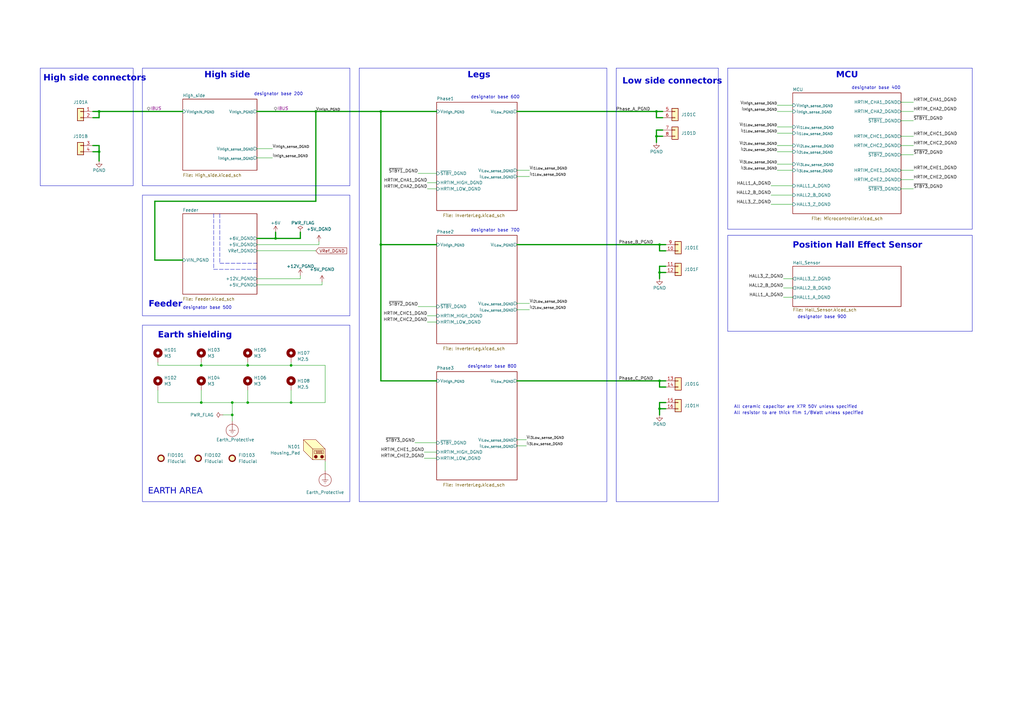
<source format=kicad_sch>
(kicad_sch (version 20231120) (generator "eeschema") (generator_version "8.0")
  (paper "A3")
  (title_block (title "OWNVERTER V1.1") (comment 1 "TWR"))
  (lib_symbols
    (symbol "Mechanical:Fiducial"
      (property "Reference" "FID" (at 0 5.08 0))
      (property "Value" "Fiducial" (at 0 3.175 0))
      (symbol "Fiducial_0_1"
        (circle (center 0 0) (radius 1.27) (stroke (width 0.508)) (fill (type background)))
      )
    )
    (symbol "Mechanical:Housing_Pad" (pin_numbers hide) (pin_names (offset 1.016) hide)
      (property "Reference" "N" (at 4.445 0 0))
      (property "Value" "Housing_Pad" (at 4.445 -1.905 0))
      (symbol "Housing_Pad_0_1"
        (rectangle (start -4.445 -0.635) (end -0.635 -1.905))
        (circle (center -3.81 -3.175) (radius 0.635) (fill (type outline)))
        (circle (center -1.27 -3.175) (radius 0.635) (fill (type outline)))
        (polyline (pts (xy -3.8862 -1.5748) (xy -3.8354 -1.3716)))
        (polyline (pts (xy -3.7846 -1.6764) (xy -3.429 -1.6764)))
        (polyline (pts (xy -3.7846 -1.2192) (xy -3.7338 -0.9652)))
        (polyline (pts (xy -3.683 -1.3208) (xy -3.3782 -1.3208)))
        (polyline (pts (xy -3.5814 -0.9144) (xy -3.2766 -0.9144)))
        (polyline (pts (xy -3.2766 -1.6256) (xy -3.2258 -1.3716)))
        (polyline (pts (xy -3.175 -1.2192) (xy -3.1242 -0.9652)))
        (polyline (pts (xy -2.9718 -1.5748) (xy -2.921 -1.3716)))
        (polyline (pts (xy -2.8702 -1.6764) (xy -2.5146 -1.6764)))
        (polyline (pts (xy -2.8702 -1.2192) (xy -2.8194 -0.9652)))
        (polyline (pts (xy -2.7686 -1.3208) (xy -2.4638 -1.3208)))
        (polyline (pts (xy -2.667 -0.9144) (xy -2.3622 -0.9144)))
        (polyline (pts (xy -2.3622 -1.6256) (xy -2.3114 -1.3716)))
        (polyline (pts (xy -2.2606 -1.2192) (xy -2.2098 -0.9652)))
        (polyline (pts (xy -2.0574 -1.5748) (xy -2.0066 -1.3716)))
        (polyline (pts (xy -1.9558 -1.6764) (xy -1.6002 -1.6764)))
        (polyline (pts (xy -1.9558 -1.2192) (xy -1.905 -0.9652)))
        (polyline (pts (xy -1.8542 -1.3208) (xy -1.5494 -1.3208)))
        (polyline (pts (xy -1.7526 -0.9144) (xy -1.4478 -0.9144)))
        (polyline (pts (xy -1.4478 -1.6256) (xy -1.397 -1.3716)))
        (polyline (pts (xy -1.3462 -1.2192) (xy -1.2954 -0.9652)))
        (polyline (pts (xy 0 0) (xy 0 -4.445)))
        (polyline (pts (xy -5.08 0) (xy 0 0) (xy 3.81 3.81)))
        (polyline (pts (xy -5.08 0) (xy -5.08 -4.445) (xy 0 -4.445) (xy 3.81 -0.635) (xy 3.81 3.81) (xy -1.27 3.81) (xy -5.08 0)) (fill (type background)))
      )
      (symbol "Housing_Pad_1_1"
        (pin input line (at -5.08 -5.08 90) (length 2.54) (name "PAD") (number "1"))
      )
    )
    (symbol "Mechanical:MountingHole_Pad" (pin_numbers hide) (pin_names (offset 1.016) hide)
      (property "Reference" "H" (at 0 6.35 0))
      (property "Value" "MountingHole_Pad" (at 0 4.445 0))
      (symbol "MountingHole_Pad_0_1"
        (circle (center 0 1.27) (radius 1.27) (stroke (width 1.27)))
      )
      (symbol "MountingHole_Pad_1_1"
        (pin input line (at 0 -2.54 90) (length 2.54) (name "1") (number "1"))
      )
    )
    (symbol "Symbols:+12V_PGND" (power) (in_bom no) (on_board no)
      (property "Value" "+12V_PGND" (at -0.127 3.81 0))
      (symbol "+12V_PGND_0_1"
        (polyline (pts (xy -0.762 1.27) (xy 0 2.54)))
        (polyline (pts (xy 0 0) (xy 0 2.54)))
        (polyline (pts (xy 0 2.54) (xy 0.762 1.27)))
      )
      (symbol "+12V_PGND_1_1"
        (pin power_in line (at 0 0 90) (length 0) hide (name "+12V_PGND") (number "1"))
      )
    )
    (symbol "Symbols:+5V_DGND" (power) (in_bom no) (on_board no)
      (property "Value" "+5V_DGND" (at -0.127 3.81 0))
      (symbol "+5V_DGND_0_1"
        (polyline (pts (xy -0.762 1.27) (xy 0 2.54)))
        (polyline (pts (xy 0 0) (xy 0 2.54)))
        (polyline (pts (xy 0 2.54) (xy 0.762 1.27)))
      )
      (symbol "+5V_DGND_1_1"
        (pin power_in line (at 0 0 90) (length 0) hide (name "+5V_DGND") (number "1"))
      )
    )
    (symbol "Symbols:+5V_PGND" (power) (in_bom no) (on_board no)
      (property "Value" "+5V_PGND" (at -0.127 3.81 0))
      (symbol "+5V_PGND_0_1"
        (polyline (pts (xy -0.762 1.27) (xy 0 2.54)))
        (polyline (pts (xy 0 0) (xy 0 2.54)))
        (polyline (pts (xy 0 2.54) (xy 0.762 1.27)))
      )
      (symbol "+5V_PGND_1_1"
        (pin power_in line (at 0 0 90) (length 0) hide (name "+5V_PGND") (number "1"))
      )
    )
    (symbol "Symbols:Harting 15 contacts and WAGO" (pin_names (offset 1.016) hide)
      (property "Reference" "J" (at 0 2.54 0))
      (symbol "Harting 15 contacts and WAGO_1_1"
        (rectangle (start -1.27 -2.413) (end 0 -2.667) (stroke (width 0.1524)))
        (rectangle (start -1.27 0.127) (end 0 -0.127) (stroke (width 0.1524)))
        (rectangle (start -1.27 1.27) (end 1.27 -3.81) (stroke (width 0.254)) (fill (type background)))
        (pin passive line (at -5.08 0 0) (length 3.81) (name "Pin_1") (number "1"))
        (pin passive line (at -5.08 -2.54 0) (length 3.81) (name "Pin_2") (number "2"))
      )
      (symbol "Harting 15 contacts and WAGO_2_1"
        (rectangle (start -1.27 -2.413) (end 0 -2.667) (stroke (width 0.1524)))
        (rectangle (start -1.27 0.127) (end 0 -0.127) (stroke (width 0.1524)))
        (rectangle (start -1.27 1.27) (end 1.27 -3.81) (stroke (width 0.254)) (fill (type background)))
        (pin passive line (at -5.08 0 0) (length 3.81) (name "Pin_1") (number "3"))
        (pin passive line (at -5.08 -2.54 0) (length 3.81) (name "Pin_2") (number "4"))
      )
      (symbol "Harting 15 contacts and WAGO_3_1"
        (rectangle (start -1.27 -2.413) (end 0 -2.667) (stroke (width 0.1524)))
        (rectangle (start -1.27 0.127) (end 0 -0.127) (stroke (width 0.1524)))
        (rectangle (start -1.27 1.27) (end 1.27 -3.81) (stroke (width 0.254)) (fill (type background)))
        (pin passive line (at -5.08 0 0) (length 3.81) (name "Pin_1") (number "5"))
        (pin passive line (at -5.08 -2.54 0) (length 3.81) (name "Pin_2") (number "6"))
      )
      (symbol "Harting 15 contacts and WAGO_4_1"
        (rectangle (start -1.27 -2.413) (end 0 -2.667) (stroke (width 0.1524)))
        (rectangle (start -1.27 0.127) (end 0 -0.127) (stroke (width 0.1524)))
        (rectangle (start -1.27 1.27) (end 1.27 -3.81) (stroke (width 0.254)) (fill (type background)))
        (pin passive line (at -5.08 0 0) (length 3.81) (name "Pin_1") (number "7"))
        (pin passive line (at -5.08 -2.54 0) (length 3.81) (name "Pin_2") (number "8"))
      )
      (symbol "Harting 15 contacts and WAGO_5_1"
        (rectangle (start -1.27 -2.413) (end 0 -2.667) (stroke (width 0.1524)))
        (rectangle (start -1.27 0.127) (end 0 -0.127) (stroke (width 0.1524)))
        (rectangle (start -1.27 1.27) (end 1.27 -3.81) (stroke (width 0.254)) (fill (type background)))
        (pin passive line (at -5.08 -2.54 0) (length 3.81) (name "Pin_2") (number "10"))
        (pin passive line (at -5.08 0 0) (length 3.81) (name "Pin_1") (number "9"))
      )
      (symbol "Harting 15 contacts and WAGO_6_1"
        (rectangle (start -1.27 -2.413) (end 0 -2.667) (stroke (width 0.1524)))
        (rectangle (start -1.27 0.127) (end 0 -0.127) (stroke (width 0.1524)))
        (rectangle (start -1.27 1.27) (end 1.27 -3.81) (stroke (width 0.254)) (fill (type background)))
        (pin passive line (at -5.08 0 0) (length 3.81) (name "Pin_1") (number "11"))
        (pin passive line (at -5.08 -2.54 0) (length 3.81) (name "Pin_2") (number "12"))
      )
      (symbol "Harting 15 contacts and WAGO_7_1"
        (rectangle (start -1.27 -2.413) (end 0 -2.667) (stroke (width 0.1524)))
        (rectangle (start -1.27 0.127) (end 0 -0.127) (stroke (width 0.1524)))
        (rectangle (start -1.27 1.27) (end 1.27 -3.81) (stroke (width 0.254)) (fill (type background)))
        (pin passive line (at -5.08 0 0) (length 3.81) (name "Pin_1") (number "13"))
        (pin passive line (at -5.08 -2.54 0) (length 3.81) (name "Pin_2") (number "14"))
      )
      (symbol "Harting 15 contacts and WAGO_8_1"
        (rectangle (start -1.27 -2.413) (end 0 -2.667) (stroke (width 0.1524)))
        (rectangle (start -1.27 0.127) (end 0 -0.127) (stroke (width 0.1524)))
        (rectangle (start -1.27 1.27) (end 1.27 -3.81) (stroke (width 0.254)) (fill (type background)))
        (pin passive line (at -5.08 0 0) (length 3.81) (name "Pin_1") (number "15"))
        (pin passive line (at -5.08 -2.54 0) (length 3.81) (name "Pin_2") (number "16"))
      )
    )
    (symbol "Symbols:PGND" (power) (pin_names (offset 0))
      (property "Value" "PGND" (at 0 -3.81 0))
      (symbol "PGND_0_1"
        (polyline (pts (xy 0 0) (xy 0 -1.27) (xy 1.27 -1.27) (xy 0 -2.54) (xy -1.27 -1.27) (xy 0 -1.27)))
      )
      (symbol "PGND_1_1"
        (pin power_in line (at 0 0 270) (length 0) hide (name "PGND") (number "1"))
      )
    )
    (symbol "power:+6V" (power) (pin_names (offset 0))
      (property "Value" "+6V" (at 0 3.556 0))
      (symbol "+6V_0_1"
        (polyline (pts (xy -0.762 1.27) (xy 0 2.54)))
        (polyline (pts (xy 0 0) (xy 0 2.54)))
        (polyline (pts (xy 0 2.54) (xy 0.762 1.27)))
      )
      (symbol "+6V_1_1"
        (pin power_in line (at 0 0 90) (length 0) hide (name "+6V") (number "1"))
      )
    )
    (symbol "power:Earth_Protective" (power) (pin_names (offset 0))
      (symbol "Earth_Protective_0_1"
        (circle (center 0 -3.81) (radius 2.54))
        (polyline (pts (xy -0.635 -4.445) (xy 0.635 -4.445)))
        (polyline (pts (xy -0.127 -5.08) (xy 0.127 -5.08)))
        (polyline (pts (xy 0 -3.81) (xy 0 0)))
        (polyline (pts (xy 1.27 -3.81) (xy -1.27 -3.81)))
      )
      (symbol "Earth_Protective_1_1"
        (pin power_in line (at 0 0 270) (length 0) hide (name "Earth_Protective") (number "1"))
      )
    )
    (symbol "power:PWR_FLAG" (power) (pin_numbers hide) (pin_names (offset 0) hide)
      (property "Value" "PWR_FLAG" (at 0 3.81 0))
      (symbol "PWR_FLAG_0_0"
        (pin power_out line (at 0 0 90) (length 0) (name "pwr") (number "1"))
      )
      (symbol "PWR_FLAG_0_1"
        (polyline (pts (xy 0 0) (xy 0 1.27) (xy -1.016 1.905) (xy 0 2.54) (xy 1.016 1.905) (xy 0 1.27)))
      )
    )
  )
  (junction (at 270.51 156.21))
  (junction (at 113.03 97.79))
  (junction (at 269.24 45.72))
  (junction (at 40.64 45.72))
  (junction (at 156.21 45.72))
  (junction (at 95.25 170.18))
  (junction (at 119.38 165.1))
  (junction (at 156.21 100.33))
  (junction (at 82.55 165.1))
  (junction (at 119.38 149.86))
  (junction (at 95.25 165.1))
  (junction (at 129.54 45.72))
  (junction (at 101.6 165.1))
  (junction (at 270.51 111.76))
  (junction (at 269.24 55.88))
  (junction (at 82.55 149.86))
  (junction (at 40.64 62.23))
  (junction (at 270.51 100.33))
  (junction (at 101.6 149.86))
  (junction (at 270.51 167.64))
  (wire (pts (xy 374.65 73.66) (xy 369.57 73.66)))
  (wire (pts (xy 273.05 111.76) (xy 270.51 111.76)) (stroke (width 0.5)))
  (wire (pts (xy 175.26 132.08) (xy 179.07 132.08)))
  (wire (pts (xy 271.78 53.34) (xy 269.24 53.34)) (stroke (width 0.5)))
  (wire (pts (xy 40.64 45.72) (xy 74.93 45.72)) (stroke (width 0.5)))
  (wire (pts (xy 273.05 158.75) (xy 270.51 158.75)) (stroke (width 0.5)))
  (wire (pts (xy 374.65 49.53) (xy 369.57 49.53)))
  (wire (pts (xy 269.24 53.34) (xy 269.24 55.88)) (stroke (width 0.5)))
  (wire (pts (xy 105.41 45.72) (xy 129.54 45.72)) (stroke (width 0.5)))
  (wire (pts (xy 38.1 62.23) (xy 40.64 62.23)) (stroke (width 0.5)))
  (wire (pts (xy 374.65 59.69) (xy 369.57 59.69)))
  (polyline (pts (xy 87.63 87.63) (xy 87.63 110.49)) (stroke (width 0) (type dash)))
  (wire (pts (xy 273.05 165.1) (xy 270.51 165.1)) (stroke (width 0.5)))
  (wire (pts (xy 374.65 69.85) (xy 369.57 69.85)))
  (wire (pts (xy 212.09 69.85) (xy 217.17 69.85)))
  (wire (pts (xy 82.55 148.59) (xy 82.55 149.86)))
  (wire (pts (xy 156.21 156.21) (xy 179.07 156.21)) (stroke (width 0.5)))
  (wire (pts (xy 318.77 45.72) (xy 325.12 45.72)))
  (wire (pts (xy 269.24 45.72) (xy 269.24 48.26)) (stroke (width 0.5)))
  (wire (pts (xy 318.77 69.85) (xy 325.12 69.85)))
  (wire (pts (xy 111.76 64.77) (xy 105.41 64.77)))
  (wire (pts (xy 64.77 149.86) (xy 82.55 149.86)))
  (wire (pts (xy 119.38 148.59) (xy 119.38 149.86)))
  (wire (pts (xy 316.23 76.2) (xy 325.12 76.2)))
  (wire (pts (xy 269.24 58.42) (xy 269.24 55.88)) (stroke (width 0.5)))
  (wire (pts (xy 270.51 114.3) (xy 270.51 111.76)) (stroke (width 0.5)))
  (wire (pts (xy 95.25 165.1) (xy 95.25 170.18)))
  (wire (pts (xy 105.41 116.84) (xy 132.08 116.84)))
  (wire (pts (xy 374.65 77.47) (xy 369.57 77.47)))
  (wire (pts (xy 38.1 48.26) (xy 40.64 48.26)) (stroke (width 0.5)))
  (wire (pts (xy 321.31 118.11) (xy 325.12 118.11)))
  (wire (pts (xy 316.23 83.82) (xy 325.12 83.82)))
  (wire (pts (xy 105.41 100.33) (xy 130.81 100.33)))
  (wire (pts (xy 156.21 45.72) (xy 179.07 45.72)) (stroke (width 0.5)))
  (wire (pts (xy 91.44 170.18) (xy 95.25 170.18)))
  (wire (pts (xy 270.51 165.1) (xy 270.51 167.64)) (stroke (width 0.5)))
  (wire (pts (xy 173.99 187.96) (xy 179.07 187.96)))
  (polyline (pts (xy 90.17 107.95) (xy 105.41 107.95)) (stroke (width 0) (type dash)))
  (wire (pts (xy 156.21 45.72) (xy 156.21 100.33)) (stroke (width 0.5)))
  (wire (pts (xy 105.41 114.3) (xy 123.19 114.3)))
  (wire (pts (xy 374.65 55.88) (xy 369.57 55.88)))
  (wire (pts (xy 123.19 95.25) (xy 123.19 97.79)) (stroke (width 0.5)))
  (wire (pts (xy 269.24 45.72) (xy 271.78 45.72)) (stroke (width 0.5)))
  (wire (pts (xy 270.51 100.33) (xy 270.51 102.87)) (stroke (width 0.5)))
  (wire (pts (xy 212.09 100.33) (xy 270.51 100.33)) (stroke (width 0.5)))
  (wire (pts (xy 129.54 82.55) (xy 129.54 45.72)) (stroke (width 0.5)))
  (wire (pts (xy 270.51 156.21) (xy 270.51 158.75)) (stroke (width 0.5)))
  (wire (pts (xy 101.6 149.86) (xy 119.38 149.86)))
  (wire (pts (xy 212.09 156.21) (xy 270.51 156.21)) (stroke (width 0.5)))
  (wire (pts (xy 119.38 149.86) (xy 133.35 149.86)))
  (wire (pts (xy 173.99 185.42) (xy 179.07 185.42)))
  (wire (pts (xy 270.51 109.22) (xy 270.51 111.76)) (stroke (width 0.5)))
  (wire (pts (xy 38.1 45.72) (xy 40.64 45.72)) (stroke (width 0.5)))
  (wire (pts (xy 156.21 100.33) (xy 179.07 100.33)) (stroke (width 0.5)))
  (wire (pts (xy 64.77 165.1) (xy 82.55 165.1)))
  (wire (pts (xy 270.51 156.21) (xy 273.05 156.21)) (stroke (width 0.5)))
  (wire (pts (xy 38.1 59.69) (xy 40.64 59.69)) (stroke (width 0.5)))
  (wire (pts (xy 119.38 165.1) (xy 133.35 165.1)))
  (wire (pts (xy 63.5 82.55) (xy 129.54 82.55)) (stroke (width 0.5)))
  (wire (pts (xy 212.09 127) (xy 217.17 127)))
  (wire (pts (xy 101.6 148.59) (xy 101.6 149.86)))
  (wire (pts (xy 82.55 149.86) (xy 101.6 149.86)))
  (wire (pts (xy 40.64 48.26) (xy 40.64 45.72)) (stroke (width 0.5)))
  (wire (pts (xy 316.23 80.01) (xy 325.12 80.01)))
  (wire (pts (xy 171.45 71.12) (xy 179.07 71.12)))
  (wire (pts (xy 318.77 59.69) (xy 325.12 59.69)))
  (wire (pts (xy 175.26 74.93) (xy 179.07 74.93)))
  (wire (pts (xy 156.21 100.33) (xy 156.21 156.21)) (stroke (width 0.5)))
  (wire (pts (xy 95.25 170.18) (xy 95.25 172.72)))
  (wire (pts (xy 374.65 45.72) (xy 369.57 45.72)))
  (wire (pts (xy 123.19 113.03) (xy 123.19 114.3)))
  (wire (pts (xy 321.31 121.92) (xy 325.12 121.92)))
  (wire (pts (xy 130.81 99.06) (xy 130.81 100.33)))
  (polyline (pts (xy 87.63 110.49) (xy 105.41 110.49)) (stroke (width 0) (type dash)))
  (wire (pts (xy 212.09 72.39) (xy 217.17 72.39)))
  (polyline (pts (xy 90.17 87.63) (xy 90.17 107.95)) (stroke (width 0) (type dash)))
  (wire (pts (xy 271.78 55.88) (xy 269.24 55.88)) (stroke (width 0.5)))
  (wire (pts (xy 374.65 41.91) (xy 369.57 41.91)))
  (wire (pts (xy 270.51 170.18) (xy 270.51 167.64)) (stroke (width 0.5)))
  (wire (pts (xy 175.26 77.47) (xy 179.07 77.47)))
  (wire (pts (xy 132.08 115.57) (xy 132.08 116.84)))
  (wire (pts (xy 273.05 167.64) (xy 270.51 167.64)) (stroke (width 0.5)))
  (wire (pts (xy 318.77 43.18) (xy 325.12 43.18)))
  (wire (pts (xy 171.45 125.73) (xy 179.07 125.73)))
  (wire (pts (xy 113.03 97.79) (xy 123.19 97.79)) (stroke (width 0.5)))
  (wire (pts (xy 318.77 54.61) (xy 325.12 54.61)))
  (wire (pts (xy 119.38 160.02) (xy 119.38 165.1)))
  (wire (pts (xy 212.09 182.88) (xy 215.9 182.88)))
  (wire (pts (xy 113.03 95.25) (xy 113.03 97.79)) (stroke (width 0.5)))
  (wire (pts (xy 133.35 193.04) (xy 133.35 189.23)))
  (wire (pts (xy 101.6 160.02) (xy 101.6 165.1)))
  (wire (pts (xy 170.18 181.61) (xy 179.07 181.61)))
  (wire (pts (xy 273.05 102.87) (xy 270.51 102.87)) (stroke (width 0.5)))
  (wire (pts (xy 175.26 129.54) (xy 179.07 129.54)))
  (wire (pts (xy 101.6 165.1) (xy 119.38 165.1)))
  (wire (pts (xy 212.09 180.34) (xy 215.9 180.34)))
  (wire (pts (xy 95.25 165.1) (xy 101.6 165.1)))
  (wire (pts (xy 374.65 63.5) (xy 369.57 63.5)))
  (wire (pts (xy 318.77 52.07) (xy 325.12 52.07)))
  (wire (pts (xy 63.5 106.68) (xy 63.5 82.55)) (stroke (width 0.5)))
  (wire (pts (xy 318.77 67.31) (xy 325.12 67.31)))
  (wire (pts (xy 111.76 60.96) (xy 105.41 60.96)))
  (wire (pts (xy 82.55 160.02) (xy 82.55 165.1)))
  (wire (pts (xy 105.41 102.87) (xy 129.54 102.87)))
  (wire (pts (xy 64.77 148.59) (xy 64.77 149.86)))
  (wire (pts (xy 129.54 45.72) (xy 156.21 45.72)) (stroke (width 0.5)))
  (wire (pts (xy 271.78 48.26) (xy 269.24 48.26)) (stroke (width 0.5)))
  (wire (pts (xy 212.09 45.72) (xy 269.24 45.72)) (stroke (width 0.5)))
  (wire (pts (xy 212.09 124.46) (xy 217.17 124.46)))
  (wire (pts (xy 64.77 160.02) (xy 64.77 165.1)))
  (wire (pts (xy 63.5 106.68) (xy 74.93 106.68)) (stroke (width 0.5)))
  (wire (pts (xy 40.64 59.69) (xy 40.64 62.23)) (stroke (width 0.5)))
  (wire (pts (xy 40.64 62.23) (xy 40.64 66.04)) (stroke (width 0.5)))
  (wire (pts (xy 273.05 109.22) (xy 270.51 109.22)) (stroke (width 0.5)))
  (wire (pts (xy 133.35 149.86) (xy 133.35 165.1)))
  (wire (pts (xy 270.51 100.33) (xy 273.05 100.33)) (stroke (width 0.5)))
  (wire (pts (xy 105.41 97.79) (xy 113.03 97.79)) (stroke (width 0.5)))
  (wire (pts (xy 82.55 165.1) (xy 95.25 165.1)))
  (wire (pts (xy 321.31 114.3) (xy 325.12 114.3)))
  (wire (pts (xy 318.77 62.23) (xy 325.12 62.23)))
  (rectangle (start 58.42 27.94) (end 143.51 76.2))
  (rectangle (start 147.32 27.94) (end 248.92 205.74))
  (rectangle (start 16.51 27.94) (end 54.61 76.2))
  (rectangle (start 58.42 133.35) (end 143.51 205.74))
  (rectangle (start 298.45 27.94) (end 398.78 93.98))
  (rectangle (start 298.45 96.52) (end 398.78 135.89))
  (rectangle (start 58.42 80.01) (end 143.51 129.54))
  (rectangle (start 252.73 27.94) (end 294.64 205.74))
  (text "All ceramic capacitor are X7R 50V unless specified" (at 300.99 167.64 0) (effects (font (size 1.27 1.27)) (justify left bottom)))
  (text "MCU\n" (at 342.9 33.02 0) (effects (font (size 2.54 2.54) (thickness 0.4978) (bold yes)) (justify left bottom)))
  (text "High side\n" (at 83.82 33.02 0) (effects (font (size 2.54 2.54) (thickness 0.4978) (bold yes)) (justify left bottom)))
  (text "designator base 600" (at 193.04 40.64 0) (effects (font (size 1.27 1.27)) (justify left bottom)))
  (text "designator base 700" (at 193.04 95.25 0) (effects (font (size 1.27 1.27)) (justify left bottom)))
  (text "Legs" (at 191.77 33.02 0) (effects (font (size 2.54 2.54) (thickness 0.4978) (bold yes)) (justify left bottom)))
  (text "EARTH AREA\n" (at 60.706 203.708 0) (effects (font (size 2.54 2.54)) (justify left bottom)))
  (text "Feeder" (at 60.96 127 0) (effects (font (size 2.54 2.54) (thickness 0.4978) (bold yes)) (justify left bottom)))
  (text "designator base 800" (at 191.77 151.13 0) (effects (font (size 1.27 1.27)) (justify left bottom)))
  (text "designator base 200" (at 104.14 39.37 0) (effects (font (size 1.27 1.27)) (justify left bottom)))
  (text "Earth shielding" (at 64.77 139.7 0) (effects (font (size 2.54 2.54) (thickness 0.4978) (bold yes)) (justify left bottom)))
  (text "All resistor to are thick film 1/8Watt unless specified" (at 300.99 170.18 0) (effects (font (size 1.27 1.27)) (justify left bottom)))
  (text "Position Hall Effect Sensor" (at 325.12 102.87 0) (effects (font (size 2.54 2.54) (thickness 0.4978) (bold yes)) (justify left bottom)))
  (text "designator base 400" (at 349.25 36.83 0) (effects (font (size 1.27 1.27)) (justify left bottom)))
  (text "designator base 900\n" (at 327.025 130.81 0) (effects (font (size 1.27 1.27)) (justify left bottom)))
  (text "High side connectors" (at 17.78 34.29 0) (effects (font (size 2.54 2.54) (thickness 0.4978) (bold yes)) (justify left bottom)))
  (text "designator base 500" (at 74.93 127 0) (effects (font (size 1.27 1.27)) (justify left bottom)))
  (text "Low side connectors" (at 255.27 35.56 0) (effects (font (size 2.54 2.54) (thickness 0.4978) (bold yes)) (justify left bottom)))
  (label "HALL3_Z_DGND" (at 321.31 114.3 180))
  (label "HRTIM_CHC1_DGND" (at 175.26 129.54 180))
  (label "HRTIM_CHC2_DGND" (at 175.26 132.08 180))
  (label "V_{IHigh_sense_DGND}" (at 318.77 43.18 180))
  (label "~{STBY2}_DGND" (at 171.45 125.73 180))
  (label "V_{I2Low_sense_DGND}" (at 318.77 59.69 180))
  (label "V_{I2Low_sense_DGND}" (at 217.17 124.46 0))
  (label "HRTIM_CHE1_DGND" (at 374.65 69.85 0))
  (label "V_{I1Low_sense_DGND}" (at 217.17 69.85 0))
  (label "HALL1_A_DGND" (at 321.31 121.92 180))
  (label "~{STBY2}_DGND" (at 374.65 63.5 0))
  (label "HALL2_B_DGND" (at 316.23 80.01 180))
  (label "~{STBY3}_DGND" (at 374.65 77.47 0))
  (label "HALL3_Z_DGND" (at 316.23 83.82 180))
  (label "I_{I3Low_sense_DGND}" (at 318.77 69.85 180))
  (label "I_{I2Low_sense_DGND}" (at 318.77 62.23 180))
  (label "HRTIM_CHA2_DGND" (at 374.65 45.72 0))
  (label "HALL2_B_DGND" (at 321.31 118.11 180))
  (label "I_{I1Low_sense_DGND}" (at 217.17 72.39 0))
  (label "HALL1_A_DGND" (at 316.23 76.2 180))
  (label "~{STBY1}_DGND" (at 171.45 71.12 180))
  (label "HRTIM_CHE1_DGND" (at 173.99 185.42 180))
  (label "I_{I2Low_sense_DGND}" (at 217.17 127 0))
  (label "V_{IHigh_sense_DGND}" (at 111.76 60.96 0))
  (label "Phase_B_PGND" (at 267.97 100.33 180))
  (label "~{STBY3}_DGND" (at 170.18 181.61 180))
  (label "HRTIM_CHE2_DGND" (at 173.99 187.96 180))
  (label "Phase_C_PGND" (at 267.97 156.21 180))
  (label "I_{I1Low_sense_DGND}" (at 318.77 54.61 180))
  (label "HRTIM_CHC2_DGND" (at 374.65 59.69 0))
  (label "HRTIM_CHE2_DGND" (at 374.65 73.66 0))
  (label "V_{I1Low_sense_DGND}" (at 318.77 52.07 180))
  (label "V_{IHigh_PGND}" (at 129.54 45.72 0))
  (label "V_{I3Low_sense_DGND}" (at 318.77 67.31 180))
  (label "HRTIM_CHA1_DGND" (at 374.65 41.91 0))
  (label "HRTIM_CHA2_DGND" (at 175.26 77.47 180))
  (label "HRTIM_CHC1_DGND" (at 374.65 55.88 0))
  (label "I_{IHigh_sense_DGND}" (at 111.76 64.77 0))
  (label "I_{IHigh_sense_DGND}" (at 318.77 45.72 180))
  (label "~{STBY1}_DGND" (at 374.65 49.53 0))
  (label "I_{I3Low_sense_DGND}" (at 215.9 182.88 0))
  (label "Phase_A_PGND" (at 266.7 45.72 180))
  (label "V_{I3Low_sense_DGND}" (at 215.9 180.34 0))
  (label "HRTIM_CHA1_DGND" (at 175.26 74.93 180))
  (global_label "VRef_DGND" (shape input) (at 129.54 102.87 0) (property "Intersheetrefs" "${INTERSHEET_REFS}" (effects (hide yes))))
  (netclass_flag "" (length 1.27) (shape round) (at 60.96 45.72 0) (property "Netclass" "IBUS" (at 61.5696 44.45 0) (effects (font (italic yes)) (justify left))))
  (netclass_flag "" (length 1.27) (shape round) (at 113.03 45.72 0) (property "Netclass" "IBUS" (at 113.6396 44.45 0) (effects (font (italic yes)) (justify left))))
  (symbol (lib_id "Mechanical:Fiducial") (at 66.04 187.96 0) (unit 1)
    (property "Reference" "FID101" (at 68.58 186.69 0) (effects (justify left)))
    (property "Value" "Fiducial" (at 68.58 189.23 0) (effects (justify left)))
    (property "Footprint" "Fiducial:Fiducial_0.75mm_Mask1.5mm" (effects (hide yes)))
    (property "Description" "Fiducial Marker" (effects (hide yes)))
  )
  (symbol (lib_id "Symbols:Harting 15 contacts and WAGO") (at 278.13 100.33 0) (unit 5)
    (property "Reference" "J101" (at 280.67 101.6 0) (effects (justify left)))
    (property "Value" "Harting-15 and Wago 6" (effects (hide yes)))
    (property "Footprint" "Footprints:Harting - 15contacts and Wago" (effects (hide yes)))
    (property "manf#" "2604-1108" (effects (hide yes)))
  )
  (symbol (lib_id "Mechanical:MountingHole_Pad") (at 101.6 157.48 0) (unit 1) (in_bom no)
    (property "Reference" "H106" (at 104.14 154.94 0) (effects (justify left)))
    (property "Value" "M3" (at 104.14 157.48 0) (effects (justify left)))
    (property "Footprint" "MountingHole:MountingHole_3.2mm_M3_DIN965_Pad_TopOnly" (effects (hide yes)))
    (property "DNP" "x" (effects (hide yes)))
  )
  (symbol (lib_id "Mechanical:MountingHole_Pad") (at 64.77 157.48 0) (unit 1) (in_bom no)
    (property "Reference" "H102" (at 67.31 154.94 0) (effects (justify left)))
    (property "Value" "M3" (at 67.31 157.48 0) (effects (justify left)))
    (property "Footprint" "MountingHole:MountingHole_3.2mm_M3_DIN965_Pad_TopOnly" (effects (hide yes)))
    (property "DNP" "x" (effects (hide yes)))
  )
  (symbol (lib_id "Mechanical:MountingHole_Pad") (at 119.38 146.05 0) (unit 1) (in_bom no)
    (property "Reference" "H107" (at 121.92 144.7799 0) (effects (justify left)))
    (property "Value" "M2.5" (at 121.92 147.3199 0) (effects (justify left)))
    (property "Footprint" "MountingHole:MountingHole_2.7mm_M2.5_DIN965_Pad_TopOnly" (effects (hide yes)))
    (property "DNP" "x" (effects (hide yes)))
  )
  (symbol (lib_id "Symbols:+12V_PGND") (at 123.19 113.03 0) (unit 1) (in_bom no) (on_board no)
    (property "Reference" "#PWR0107" (effects (hide yes)))
    (property "Value" "+12V_PGND" (at 123.19 109.22 0))
  )
  (symbol (lib_id "Symbols:PGND") (at 270.51 170.18 0) (mirror y) (unit 1)
    (property "Reference" "#PWR0110" (effects (hide yes)))
    (property "Value" "PGND" (at 270.51 173.99 0))
  )
  (symbol (lib_id "Mechanical:Fiducial") (at 81.28 187.96 0) (unit 1)
    (property "Reference" "FID102" (at 83.82 186.69 0) (effects (justify left)))
    (property "Value" "Fiducial" (at 83.82 189.23 0) (effects (justify left)))
    (property "Footprint" "Fiducial:Fiducial_0.75mm_Mask1.5mm" (effects (hide yes)))
    (property "Description" "Fiducial Marker" (effects (hide yes)))
  )
  (symbol (lib_id "Symbols:PGND") (at 270.51 114.3 0) (mirror y) (unit 1)
    (property "Reference" "#PWR0109" (effects (hide yes)))
    (property "Value" "PGND" (at 270.51 118.11 0))
  )
  (symbol (lib_id "Symbols:Harting 15 contacts and WAGO") (at 278.13 109.22 0) (unit 6)
    (property "Reference" "J101" (at 280.67 110.49 0) (effects (justify left)))
    (property "Value" "Harting-15 and Wago 6" (effects (hide yes)))
    (property "Footprint" "Footprints:Harting - 15contacts and Wago" (effects (hide yes)))
    (property "manf#" "2604-1108" (effects (hide yes)))
  )
  (symbol (lib_id "Symbols:Harting 15 contacts and WAGO") (at 276.86 53.34 0) (unit 4)
    (property "Reference" "J101" (at 279.4 54.61 0) (effects (justify left)))
    (property "Value" "Harting-15 and Wago 6" (effects (hide yes)))
    (property "Footprint" "Footprints:Harting - 15contacts and Wago" (effects (hide yes)))
    (property "manf#" "2604-1108" (effects (hide yes)))
  )
  (symbol (lib_id "power:+6V") (at 113.03 95.25 0) (mirror y) (unit 1)
    (property "Reference" "#PWR0103" (effects (hide yes)))
    (property "Value" "+6V" (at 113.03 91.44 0))
  )
  (symbol (lib_id "Symbols:Harting 15 contacts and WAGO") (at 33.02 45.72 0) (mirror y) (unit 1)
    (property "Reference" "J101" (at 33.02 41.91 0))
    (property "Value" "Harting-15 and Wago 6" (effects (hide yes)))
    (property "Footprint" "Footprints:Harting - 15contacts and Wago" (effects (hide yes)))
    (property "manf#" "2604-1108" (effects (hide yes)))
  )
  (symbol (lib_id "Mechanical:MountingHole_Pad") (at 82.55 146.05 0) (unit 1) (in_bom no)
    (property "Reference" "H103" (at 85.09 143.51 0) (effects (justify left)))
    (property "Value" "M3" (at 85.09 146.05 0) (effects (justify left)))
    (property "Footprint" "MountingHole:MountingHole_3.2mm_M3_DIN965_Pad_TopOnly" (effects (hide yes)))
    (property "DNP" "x" (effects (hide yes)))
  )
  (symbol (lib_id "power:Earth_Protective") (at 133.35 193.04 0) (mirror y) (unit 1)
    (property "Reference" "#PWR0106" (effects (hide yes)))
    (property "Value" "Earth_Protective" (at 133.35 201.93 0))
  )
  (symbol (lib_id "Mechanical:Fiducial") (at 95.25 187.96 0) (unit 1)
    (property "Reference" "FID103" (at 97.79 186.69 0) (effects (justify left)))
    (property "Value" "Fiducial" (at 97.79 189.23 0) (effects (justify left)))
    (property "Footprint" "Fiducial:Fiducial_0.75mm_Mask1.5mm" (effects (hide yes)))
    (property "Description" "Fiducial Marker" (effects (hide yes)))
  )
  (symbol (lib_id "power:PWR_FLAG") (at 123.19 95.25 0) (unit 1)
    (property "Reference" "#FLG0102" (effects (hide yes)))
    (property "Value" "PWR_FLAG" (at 119.38 91.44 0) (effects (justify left)))
  )
  (symbol (lib_id "Symbols:PGND") (at 269.24 58.42 0) (mirror y) (unit 1)
    (property "Reference" "#PWR0108" (effects (hide yes)))
    (property "Value" "PGND" (at 269.24 62.23 0))
  )
  (symbol (lib_id "Mechanical:MountingHole_Pad") (at 82.55 157.48 0) (unit 1) (in_bom no)
    (property "Reference" "H104" (at 85.09 154.94 0) (effects (justify left)))
    (property "Value" "M3" (at 85.09 157.48 0) (effects (justify left)))
    (property "Footprint" "MountingHole:MountingHole_3.2mm_M3_DIN965_Pad_TopOnly" (effects (hide yes)))
    (property "DNP" "x" (effects (hide yes)))
  )
  (symbol (lib_id "Symbols:Harting 15 contacts and WAGO") (at 278.13 156.21 0) (unit 7)
    (property "Reference" "J101" (at 280.67 157.48 0) (effects (justify left)))
    (property "Value" "Harting-15 and Wago 6" (effects (hide yes)))
    (property "Footprint" "Footprints:Harting - 15contacts and Wago" (effects (hide yes)))
    (property "manf#" "2604-1108" (effects (hide yes)))
  )
  (symbol (lib_id "Mechanical:MountingHole_Pad") (at 119.38 157.48 0) (unit 1) (in_bom no)
    (property "Reference" "H108" (at 121.92 156.2099 0) (effects (justify left)))
    (property "Value" "M2.5" (at 121.92 158.7499 0) (effects (justify left)))
    (property "Footprint" "MountingHole:MountingHole_2.7mm_M2.5_DIN965_Pad_TopOnly" (effects (hide yes)))
    (property "DNP" "x" (effects (hide yes)))
  )
  (symbol (lib_id "Symbols:Harting 15 contacts and WAGO") (at 278.13 165.1 0) (unit 8)
    (property "Reference" "J101" (at 280.67 166.37 0) (effects (justify left)))
    (property "Value" "Harting-15 and Wago 6" (effects (hide yes)))
    (property "Footprint" "Footprints:Harting - 15contacts and Wago" (effects (hide yes)))
    (property "manf#" "2604-1108" (effects (hide yes)))
  )
  (symbol (lib_id "Symbols:Harting 15 contacts and WAGO") (at 276.86 45.72 0) (unit 3)
    (property "Reference" "J101" (at 279.4 46.99 0) (effects (justify left)))
    (property "Value" "Harting-15 and Wago 6" (effects (hide yes)))
    (property "Footprint" "Footprints:Harting - 15contacts and Wago" (effects (hide yes)))
    (property "manf#" "2604-1108" (effects (hide yes)))
  )
  (symbol (lib_id "Symbols:Harting 15 contacts and WAGO") (at 33.02 59.69 0) (mirror y) (unit 2)
    (property "Reference" "J101" (at 33.02 55.88 0))
    (property "Value" "Harting-15 and Wago 6" (effects (hide yes)))
    (property "Footprint" "Footprints:Harting - 15contacts and Wago" (effects (hide yes)))
    (property "manf#" "2604-1108" (effects (hide yes)))
  )
  (symbol (lib_id "Mechanical:MountingHole_Pad") (at 64.77 146.05 0) (unit 1) (in_bom no)
    (property "Reference" "H101" (at 67.31 143.51 0) (effects (justify left)))
    (property "Value" "M3" (at 67.31 146.05 0) (effects (justify left)))
    (property "Footprint" "MountingHole:MountingHole_3.2mm_M3_DIN965_Pad_TopOnly" (effects (hide yes)))
    (property "DNP" "x" (effects (hide yes)))
  )
  (symbol (lib_id "Mechanical:Housing_Pad") (at 128.27 184.15 0) (mirror y) (unit 1) (in_bom no)
    (property "Reference" "N101" (at 123.19 183.1974 0) (effects (justify left)))
    (property "Value" "Housing_Pad" (at 123.19 185.7374 0) (effects (justify left)))
    (property "Footprint" "Footprints:Guard_ring" (effects (hide yes)))
    (property "DNP" "x" (effects (hide yes)))
  )
  (symbol (lib_id "power:Earth_Protective") (at 95.25 172.72 0) (unit 1)
    (property "Reference" "#PWR0102" (effects (hide yes)))
    (property "Value" "Earth_Protective" (at 96.52 180.34 0))
  )
  (symbol (lib_id "Symbols:+5V_DGND") (at 130.81 99.06 0) (unit 1) (in_bom no) (on_board no)
    (property "Reference" "#PWR0104" (effects (hide yes)))
    (property "Value" "+5V_DGND" (at 130.81 93.98 0))
  )
  (symbol (lib_id "Symbols:PGND") (at 40.64 66.04 0) (mirror y) (unit 1)
    (property "Reference" "#PWR0101" (effects (hide yes)))
    (property "Value" "PGND" (at 40.64 69.85 0))
  )
  (symbol (lib_id "Symbols:+5V_PGND") (at 132.08 115.57 0) (unit 1) (in_bom no) (on_board no)
    (property "Reference" "#PWR0105" (effects (hide yes)))
    (property "Value" "+5V_PGND" (at 132.08 110.49 0))
  )
  (symbol (lib_id "power:PWR_FLAG") (at 91.44 170.18 90) (unit 1)
    (property "Reference" "#FLG0101" (effects (hide yes)))
    (property "Value" "PWR_FLAG" (at 87.63 170.18 90) (effects (justify left)))
  )
  (symbol (lib_id "Mechanical:MountingHole_Pad") (at 101.6 146.05 0) (unit 1) (in_bom no)
    (property "Reference" "H105" (at 104.14 143.51 0) (effects (justify left)))
    (property "Value" "M3" (at 104.14 146.05 0) (effects (justify left)))
    (property "Footprint" "MountingHole:MountingHole_3.2mm_M3_DIN965_Pad_TopOnly" (effects (hide yes)))
    (property "DNP" "x" (effects (hide yes)))
  )
  (sheet (at 325.12 109.22) (size 44.45 16.51) (stroke (width 0.1524))
    (property "Sheetname" "Hall_Sensor" (at 325.12 108.5084 0) (effects (justify left bottom)))
    (property "Sheetfile" "Hall_Sensor.kicad_sch" (at 325.12 126.3146 0) (effects (justify left top)))
    (pin "HALL2_B_DGND" output (at 325.12 118.11 180))
    (pin "HALL3_Z_DGND" output (at 325.12 114.3 180))
    (pin "HALL1_A_DGND" output (at 325.12 121.92 180))
  )
  (sheet (at 325.12 38.1) (size 44.45 49.53) (stroke (width 0.1524))
    (property "Sheetname" "MCU" (at 325.12 37.465 0) (effects (justify left bottom)))
    (property "Sheetfile" "Microcontroller.kicad_sch" (at 332.74 88.9 0) (effects (justify left top)))
    (pin "HRTIM_CHC2_DGND" output (at 369.57 59.69 0))
    (pin "HRTIM_CHC1_DGND" output (at 369.57 55.88 0))
    (pin "~{STBY1}_DGND" output (at 369.57 49.53 0))
    (pin "~{STBY3}_DGND" output (at 369.57 77.47 0))
    (pin "~{STBY2}_DGND" output (at 369.57 63.5 0))
    (pin "HRTIM_CHA1_DGND" output (at 369.57 41.91 0))
    (pin "HRTIM_CHA2_DGND" output (at 369.57 45.72 0))
    (pin "V_{IHigh_sense_DGND}" input (at 325.12 43.18 180))
    (pin "I_{IHigh_sense_DGND}" input (at 325.12 45.72 180))
    (pin "HRTIM_CHE1_DGND" output (at 369.57 69.85 0))
    (pin "HRTIM_CHE2_DGND" output (at 369.57 73.66 0))
    (pin "V_{I1Low_sense_DGND}" input (at 325.12 52.07 180))
    (pin "I_{I1Low_sense_DGND}" input (at 325.12 54.61 180))
    (pin "V_{I2Low_sense_DGND}" input (at 325.12 59.69 180))
    (pin "I_{I2Low_sense_DGND}" input (at 325.12 62.23 180))
    (pin "I_{I3Low_sense_DGND}" input (at 325.12 69.85 180))
    (pin "V_{I3Low_sense_DGND}" input (at 325.12 67.31 180))
    (pin "HALL3_Z_DGND" input (at 325.12 83.82 180))
    (pin "HALL1_A_DGND" input (at 325.12 76.2 180))
    (pin "HALL2_B_DGND" input (at 325.12 80.01 180))
  )
  (sheet (at 179.07 96.52) (size 33.02 44.45) (stroke (width 0.1524))
    (property "Sheetname" "Phase2" (at 179.07 95.8084 0) (effects (justify left bottom)))
    (property "Sheetfile" "InverterLeg.kicad_sch" (at 181.61 142.24 0) (effects (justify left top)))
    (pin "~{STBY}_DGND" input (at 179.07 125.73 180))
    (pin "V_{IHigh_PGND}" input (at 179.07 100.33 180))
    (pin "V_{ILow_PGND}" output (at 212.09 100.33 0))
    (pin "HRTIM_HIGH_DGND" input (at 179.07 129.54 180))
    (pin "HRTIM_LOW_DGND" input (at 179.07 132.08 180))
    (pin "V_{ILow_sense_DGND}" output (at 212.09 124.46 0))
    (pin "I_{ILow_sense_DGND}" output (at 212.09 127 0))
  )
  (sheet (at 179.07 41.91) (size 33.02 44.45) (stroke (width 0.1524))
    (property "Sheetname" "Phase1" (at 179.07 41.1984 0) (effects (justify left bottom)))
    (property "Sheetfile" "InverterLeg.kicad_sch" (at 181.61 87.63 0) (effects (justify left top)))
    (pin "~{STBY}_DGND" input (at 179.07 71.12 180))
    (pin "V_{IHigh_PGND}" input (at 179.07 45.72 180))
    (pin "V_{ILow_PGND}" output (at 212.09 45.72 0))
    (pin "HRTIM_HIGH_DGND" input (at 179.07 74.93 180))
    (pin "HRTIM_LOW_DGND" input (at 179.07 77.47 180))
    (pin "V_{ILow_sense_DGND}" output (at 212.09 69.85 0))
    (pin "I_{ILow_sense_DGND}" output (at 212.09 72.39 0))
  )
  (sheet (at 179.07 152.4) (size 33.02 44.45) (stroke (width 0.1524))
    (property "Sheetname" "Phase3" (at 179.07 151.6884 0) (effects (justify left bottom)))
    (property "Sheetfile" "InverterLeg.kicad_sch" (at 181.61 198.12 0) (effects (justify left top)))
    (pin "~{STBY}_DGND" input (at 179.07 181.61 180))
    (pin "V_{IHigh_PGND}" input (at 179.07 156.21 180))
    (pin "V_{ILow_PGND}" output (at 212.09 156.21 0))
    (pin "HRTIM_HIGH_DGND" input (at 179.07 185.42 180))
    (pin "HRTIM_LOW_DGND" input (at 179.07 187.96 180))
    (pin "V_{ILow_sense_DGND}" output (at 212.09 180.34 0))
    (pin "I_{ILow_sense_DGND}" output (at 212.09 182.88 0))
  )
  (sheet (at 74.93 87.63) (size 30.48 33.02) (stroke (width 0.1524))
    (property "Sheetname" "Feeder" (at 74.93 86.9184 0) (effects (justify left bottom)))
    (property "Sheetfile" "Feeder.kicad_sch" (at 74.93 121.92 0) (effects (justify left top)))
    (pin "+5V_DGND" output (at 105.41 100.33 0))
    (pin "VRef_DGND" output (at 105.41 102.87 0))
    (pin "+5V_PGND" output (at 105.41 116.84 0))
    (pin "+12V_PGND" output (at 105.41 114.3 0))
    (pin "+6V_DGND" output (at 105.41 97.79 0))
    (pin "VIN_PGND" input (at 74.93 106.68 180))
  )
  (sheet (at 74.93 40.64) (size 30.48 29.21) (stroke (width 0.1524))
    (property "Sheetname" "High_side" (at 74.93 39.9284 0) (effects (justify left bottom)))
    (property "Sheetfile" "High_side.kicad_sch" (at 74.93 71.12 0) (effects (justify left top)))
    (pin "V_{IHighIN_PGND}" input (at 74.93 45.72 180))
    (pin "V_{IHigh_PGND}" output (at 105.41 45.72 0))
    (pin "V_{IHigh_sense_DGND}" output (at 105.41 60.96 0))
    (pin "I_{IHigh_sense_DGND}" output (at 105.41 64.77 0))
  )
)
</source>
